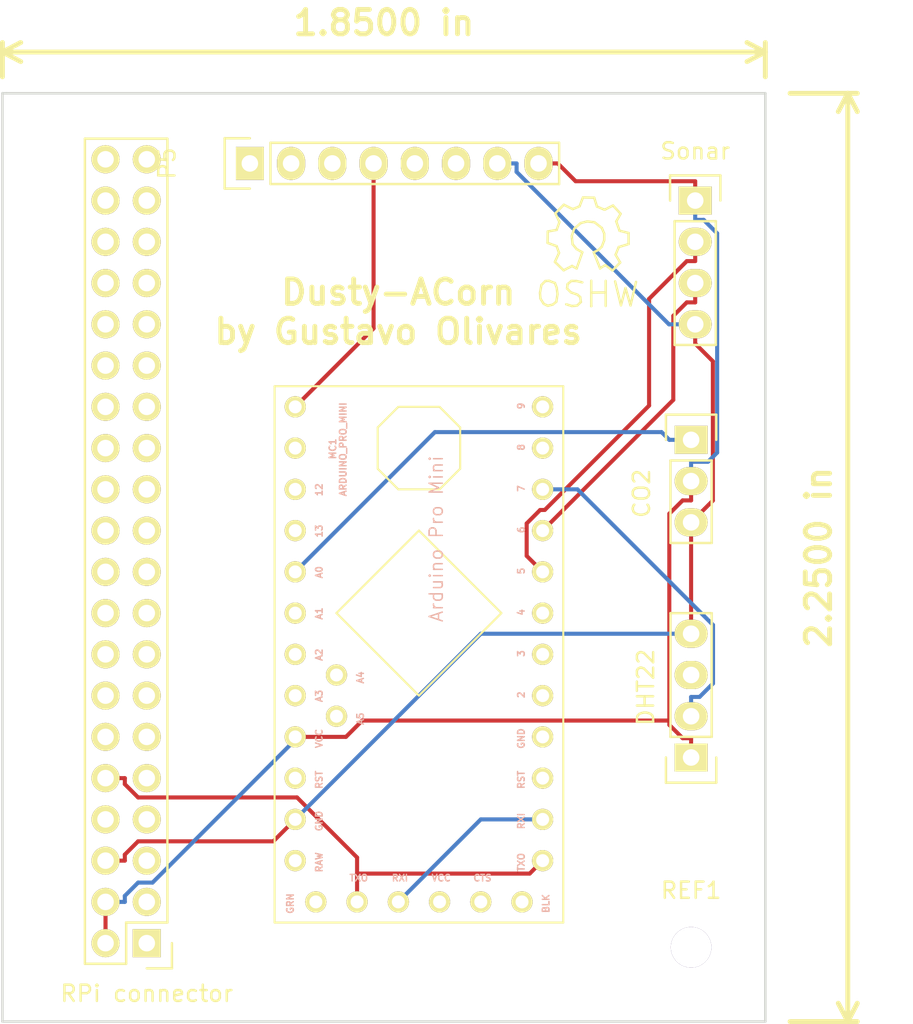
<source format=kicad_pcb>
(kicad_pcb (version 4) (host pcbnew 4.0.2-2.fc24-product)

  (general
    (links 19)
    (no_connects 0)
    (area 90.602999 75.616999 139.164215 133.055)
    (thickness 1.6)
    (drawings 8)
    (tracks 82)
    (zones 0)
    (modules 8)
    (nets 10)
  )

  (page A4)
  (layers
    (0 F.Cu signal)
    (31 B.Cu signal)
    (32 B.Adhes user)
    (33 F.Adhes user)
    (34 B.Paste user)
    (35 F.Paste user)
    (36 B.SilkS user)
    (37 F.SilkS user)
    (38 B.Mask user)
    (39 F.Mask user)
    (40 Dwgs.User user)
    (41 Cmts.User user)
    (42 Eco1.User user)
    (43 Eco2.User user)
    (44 Edge.Cuts user)
    (45 Margin user)
    (46 B.CrtYd user)
    (47 F.CrtYd user)
    (48 B.Fab user)
    (49 F.Fab user)
  )

  (setup
    (last_trace_width 0.25)
    (trace_clearance 0.2)
    (zone_clearance 0.508)
    (zone_45_only no)
    (trace_min 0.2)
    (segment_width 0.2)
    (edge_width 0.15)
    (via_size 0.6)
    (via_drill 0.4)
    (via_min_size 0.4)
    (via_min_drill 0.3)
    (uvia_size 0.3)
    (uvia_drill 0.1)
    (uvias_allowed no)
    (uvia_min_size 0.2)
    (uvia_min_drill 0.1)
    (pcb_text_width 0.3)
    (pcb_text_size 1.5 1.5)
    (mod_edge_width 0.15)
    (mod_text_size 0.000001 0.000001)
    (mod_text_width 0.15)
    (pad_size 1.4 1.4)
    (pad_drill 0.6)
    (pad_to_mask_clearance 0.2)
    (aux_axis_origin 0 0)
    (visible_elements FFFFFF7F)
    (pcbplotparams
      (layerselection 0x010f0_80000001)
      (usegerberextensions false)
      (excludeedgelayer true)
      (linewidth 0.100000)
      (plotframeref false)
      (viasonmask false)
      (mode 1)
      (useauxorigin false)
      (hpglpennumber 1)
      (hpglpenspeed 20)
      (hpglpendiameter 15)
      (hpglpenoverlay 2)
      (psnegative false)
      (psa4output false)
      (plotreference true)
      (plotvalue true)
      (plotinvisibletext false)
      (padsonsilk false)
      (subtractmaskfromsilk false)
      (outputformat 1)
      (mirror false)
      (drillshape 0)
      (scaleselection 1)
      (outputdirectory fabrication/))
  )

  (net 0 "")
  (net 1 /A0)
  (net 2 /D5)
  (net 3 /D6)
  (net 4 /D7)
  (net 5 /D10)
  (net 6 GND)
  (net 7 /TX0)
  (net 8 +5V)
  (net 9 "Net-(MC1-PadRXI)")

  (net_class Default "This is the default net class."
    (clearance 0.2)
    (trace_width 0.25)
    (via_dia 0.6)
    (via_drill 0.4)
    (uvia_dia 0.3)
    (uvia_drill 0.1)
    (add_net +5V)
    (add_net /A0)
    (add_net /D10)
    (add_net /D5)
    (add_net /D6)
    (add_net /D7)
    (add_net /TX0)
    (add_net GND)
    (add_net "Net-(MC1-PadRXI)")
  )

  (module Pin_Headers:Pin_Header_Straight_1x03 (layer F.Cu) (tedit 57ABB95A) (tstamp 57AB1135)
    (at 133.096 97.028)
    (descr "Through hole pin header")
    (tags "pin header")
    (path /57AB0750)
    (fp_text reference P2 (at 0 -5.1) (layer F.SilkS) hide
      (effects (font (size 1 1) (thickness 0.15)))
    )
    (fp_text value CO2 (at -3.048 3.302 90) (layer F.SilkS)
      (effects (font (size 1 1) (thickness 0.15)))
    )
    (fp_line (start -1.75 -1.75) (end -1.75 6.85) (layer F.CrtYd) (width 0.05))
    (fp_line (start 1.75 -1.75) (end 1.75 6.85) (layer F.CrtYd) (width 0.05))
    (fp_line (start -1.75 -1.75) (end 1.75 -1.75) (layer F.CrtYd) (width 0.05))
    (fp_line (start -1.75 6.85) (end 1.75 6.85) (layer F.CrtYd) (width 0.05))
    (fp_line (start -1.27 1.27) (end -1.27 6.35) (layer F.SilkS) (width 0.15))
    (fp_line (start -1.27 6.35) (end 1.27 6.35) (layer F.SilkS) (width 0.15))
    (fp_line (start 1.27 6.35) (end 1.27 1.27) (layer F.SilkS) (width 0.15))
    (fp_line (start 1.55 -1.55) (end 1.55 0) (layer F.SilkS) (width 0.15))
    (fp_line (start 1.27 1.27) (end -1.27 1.27) (layer F.SilkS) (width 0.15))
    (fp_line (start -1.55 0) (end -1.55 -1.55) (layer F.SilkS) (width 0.15))
    (fp_line (start -1.55 -1.55) (end 1.55 -1.55) (layer F.SilkS) (width 0.15))
    (pad 1 thru_hole rect (at 0 0) (size 2.032 1.7272) (drill 1.016) (layers *.Cu *.Mask F.SilkS)
      (net 1 /A0))
    (pad 2 thru_hole oval (at 0 2.54) (size 2.032 1.7272) (drill 1.016) (layers *.Cu *.Mask F.SilkS)
      (net 8 +5V))
    (pad 3 thru_hole oval (at 0 5.08) (size 2.032 1.7272) (drill 1.016) (layers *.Cu *.Mask F.SilkS)
      (net 6 GND))
    (model Pin_Headers.3dshapes/Pin_Header_Straight_1x03.wrl
      (at (xyz 0 -0.1 0))
      (scale (xyz 1 1 1))
      (rotate (xyz 0 0 90))
    )
  )

  (module Pin_Headers:Pin_Header_Straight_1x04 (layer F.Cu) (tedit 57ABB946) (tstamp 57AB113D)
    (at 133.096 116.586 180)
    (descr "Through hole pin header")
    (tags "pin header")
    (path /57AB06A5)
    (fp_text reference P3 (at 0 -5.1 180) (layer F.SilkS) hide
      (effects (font (size 1 1) (thickness 0.15)))
    )
    (fp_text value DHT22 (at 2.794 4.318 270) (layer F.SilkS)
      (effects (font (size 1 1) (thickness 0.15)))
    )
    (fp_line (start -1.75 -1.75) (end -1.75 9.4) (layer F.CrtYd) (width 0.05))
    (fp_line (start 1.75 -1.75) (end 1.75 9.4) (layer F.CrtYd) (width 0.05))
    (fp_line (start -1.75 -1.75) (end 1.75 -1.75) (layer F.CrtYd) (width 0.05))
    (fp_line (start -1.75 9.4) (end 1.75 9.4) (layer F.CrtYd) (width 0.05))
    (fp_line (start -1.27 1.27) (end -1.27 8.89) (layer F.SilkS) (width 0.15))
    (fp_line (start 1.27 1.27) (end 1.27 8.89) (layer F.SilkS) (width 0.15))
    (fp_line (start 1.55 -1.55) (end 1.55 0) (layer F.SilkS) (width 0.15))
    (fp_line (start -1.27 8.89) (end 1.27 8.89) (layer F.SilkS) (width 0.15))
    (fp_line (start 1.27 1.27) (end -1.27 1.27) (layer F.SilkS) (width 0.15))
    (fp_line (start -1.55 0) (end -1.55 -1.55) (layer F.SilkS) (width 0.15))
    (fp_line (start -1.55 -1.55) (end 1.55 -1.55) (layer F.SilkS) (width 0.15))
    (pad 1 thru_hole rect (at 0 0 180) (size 2.032 1.7272) (drill 1.016) (layers *.Cu *.Mask F.SilkS)
      (net 8 +5V))
    (pad 2 thru_hole oval (at 0 2.54 180) (size 2.032 1.7272) (drill 1.016) (layers *.Cu *.Mask F.SilkS)
      (net 4 /D7))
    (pad 3 thru_hole oval (at 0 5.08 180) (size 2.032 1.7272) (drill 1.016) (layers *.Cu *.Mask F.SilkS))
    (pad 4 thru_hole oval (at 0 7.62 180) (size 2.032 1.7272) (drill 1.016) (layers *.Cu *.Mask F.SilkS)
      (net 6 GND))
    (model Pin_Headers.3dshapes/Pin_Header_Straight_1x04.wrl
      (at (xyz 0 -0.15 0))
      (scale (xyz 1 1 1))
      (rotate (xyz 0 0 90))
    )
  )

  (module Pin_Headers:Pin_Header_Straight_1x04 (layer F.Cu) (tedit 57ABB97E) (tstamp 57AB1145)
    (at 133.35 82.296)
    (descr "Through hole pin header")
    (tags "pin header")
    (path /57AB036E)
    (fp_text reference P4 (at 0 -5.1) (layer F.SilkS) hide
      (effects (font (size 1 1) (thickness 0.15)))
    )
    (fp_text value Sonar (at 0 -3.048) (layer F.SilkS)
      (effects (font (size 1 1) (thickness 0.15)))
    )
    (fp_line (start -1.75 -1.75) (end -1.75 9.4) (layer F.CrtYd) (width 0.05))
    (fp_line (start 1.75 -1.75) (end 1.75 9.4) (layer F.CrtYd) (width 0.05))
    (fp_line (start -1.75 -1.75) (end 1.75 -1.75) (layer F.CrtYd) (width 0.05))
    (fp_line (start -1.75 9.4) (end 1.75 9.4) (layer F.CrtYd) (width 0.05))
    (fp_line (start -1.27 1.27) (end -1.27 8.89) (layer F.SilkS) (width 0.15))
    (fp_line (start 1.27 1.27) (end 1.27 8.89) (layer F.SilkS) (width 0.15))
    (fp_line (start 1.55 -1.55) (end 1.55 0) (layer F.SilkS) (width 0.15))
    (fp_line (start -1.27 8.89) (end 1.27 8.89) (layer F.SilkS) (width 0.15))
    (fp_line (start 1.27 1.27) (end -1.27 1.27) (layer F.SilkS) (width 0.15))
    (fp_line (start -1.55 0) (end -1.55 -1.55) (layer F.SilkS) (width 0.15))
    (fp_line (start -1.55 -1.55) (end 1.55 -1.55) (layer F.SilkS) (width 0.15))
    (pad 1 thru_hole rect (at 0 0) (size 2.032 1.7272) (drill 1.016) (layers *.Cu *.Mask F.SilkS)
      (net 8 +5V))
    (pad 2 thru_hole oval (at 0 2.54) (size 2.032 1.7272) (drill 1.016) (layers *.Cu *.Mask F.SilkS)
      (net 2 /D5))
    (pad 3 thru_hole oval (at 0 5.08) (size 2.032 1.7272) (drill 1.016) (layers *.Cu *.Mask F.SilkS)
      (net 3 /D6))
    (pad 4 thru_hole oval (at 0 7.62) (size 2.032 1.7272) (drill 1.016) (layers *.Cu *.Mask F.SilkS)
      (net 6 GND))
    (model Pin_Headers.3dshapes/Pin_Header_Straight_1x04.wrl
      (at (xyz 0 -0.15 0))
      (scale (xyz 1 1 1))
      (rotate (xyz 0 0 90))
    )
  )

  (module Mounting_Holes:MountingHole_2-5mm (layer F.Cu) (tedit 57ABB917) (tstamp 57AB13A4)
    (at 133.096 128.27)
    (descr "Mounting hole, Befestigungsbohrung, 2,5mm, No Annular, Kein Restring,")
    (tags "Mounting hole, Befestigungsbohrung, 2,5mm, No Annular, Kein Restring,")
    (fp_text reference REF1 (at 0 -3.50012) (layer F.SilkS)
      (effects (font (size 1 1) (thickness 0.15)))
    )
    (fp_text value MountingHole_2-5mm (at -4.064 3.81) (layer F.Fab) hide
      (effects (font (size 1 1) (thickness 0.15)))
    )
    (fp_circle (center 0 0) (end 2.5 0) (layer Cmts.User) (width 0.381))
    (pad 1 thru_hole circle (at 0 0) (size 2.5 2.5) (drill 2.5) (layers))
  )

  (module Symbols:Symbol_OSHW-Logo_SilkScreen (layer F.Cu) (tedit 57ABB908) (tstamp 57AB1713)
    (at 126.746 84.582)
    (descr "Symbol, OSHW-Logo, Silk Screen,")
    (tags "Symbol, OSHW-Logo, Silk Screen,")
    (fp_text reference REF2 (at 0.09906 -4.38912) (layer F.SilkS) hide
      (effects (font (size 1 1) (thickness 0.15)))
    )
    (fp_text value Symbol_OSHW-Logo_SilkScreen (at 0.30988 6.56082) (layer F.Fab) hide
      (effects (font (size 1 1) (thickness 0.15)))
    )
    (fp_line (start 1.66878 2.68986) (end 2.02946 4.16052) (layer F.SilkS) (width 0.15))
    (fp_line (start 2.02946 4.16052) (end 2.30886 3.0988) (layer F.SilkS) (width 0.15))
    (fp_line (start 2.30886 3.0988) (end 2.61874 4.17068) (layer F.SilkS) (width 0.15))
    (fp_line (start 2.61874 4.17068) (end 2.9591 2.72034) (layer F.SilkS) (width 0.15))
    (fp_line (start 0.24892 3.38074) (end 1.03886 3.37058) (layer F.SilkS) (width 0.15))
    (fp_line (start 1.03886 3.37058) (end 1.04902 3.38074) (layer F.SilkS) (width 0.15))
    (fp_line (start 1.04902 3.38074) (end 1.04902 3.37058) (layer F.SilkS) (width 0.15))
    (fp_line (start 1.08966 2.65938) (end 1.08966 4.20116) (layer F.SilkS) (width 0.15))
    (fp_line (start 0.20066 2.64922) (end 0.20066 4.21894) (layer F.SilkS) (width 0.15))
    (fp_line (start 0.20066 4.21894) (end 0.21082 4.20878) (layer F.SilkS) (width 0.15))
    (fp_line (start -0.35052 2.75082) (end -0.70104 2.66954) (layer F.SilkS) (width 0.15))
    (fp_line (start -0.70104 2.66954) (end -1.02108 2.65938) (layer F.SilkS) (width 0.15))
    (fp_line (start -1.02108 2.65938) (end -1.25984 2.86004) (layer F.SilkS) (width 0.15))
    (fp_line (start -1.25984 2.86004) (end -1.29032 3.12928) (layer F.SilkS) (width 0.15))
    (fp_line (start -1.29032 3.12928) (end -1.04902 3.37058) (layer F.SilkS) (width 0.15))
    (fp_line (start -1.04902 3.37058) (end -0.6604 3.50012) (layer F.SilkS) (width 0.15))
    (fp_line (start -0.6604 3.50012) (end -0.48006 3.66014) (layer F.SilkS) (width 0.15))
    (fp_line (start -0.48006 3.66014) (end -0.43942 3.95986) (layer F.SilkS) (width 0.15))
    (fp_line (start -0.43942 3.95986) (end -0.67056 4.18084) (layer F.SilkS) (width 0.15))
    (fp_line (start -0.67056 4.18084) (end -0.9906 4.20878) (layer F.SilkS) (width 0.15))
    (fp_line (start -0.9906 4.20878) (end -1.34112 4.09956) (layer F.SilkS) (width 0.15))
    (fp_line (start -2.37998 2.64922) (end -2.6289 2.66954) (layer F.SilkS) (width 0.15))
    (fp_line (start -2.6289 2.66954) (end -2.8702 2.91084) (layer F.SilkS) (width 0.15))
    (fp_line (start -2.8702 2.91084) (end -2.9591 3.40106) (layer F.SilkS) (width 0.15))
    (fp_line (start -2.9591 3.40106) (end -2.93116 3.74904) (layer F.SilkS) (width 0.15))
    (fp_line (start -2.93116 3.74904) (end -2.7305 4.06908) (layer F.SilkS) (width 0.15))
    (fp_line (start -2.7305 4.06908) (end -2.47904 4.191) (layer F.SilkS) (width 0.15))
    (fp_line (start -2.47904 4.191) (end -2.16916 4.11988) (layer F.SilkS) (width 0.15))
    (fp_line (start -2.16916 4.11988) (end -1.95072 3.93954) (layer F.SilkS) (width 0.15))
    (fp_line (start -1.95072 3.93954) (end -1.8796 3.4798) (layer F.SilkS) (width 0.15))
    (fp_line (start -1.8796 3.4798) (end -1.9304 3.07086) (layer F.SilkS) (width 0.15))
    (fp_line (start -1.9304 3.07086) (end -2.03962 2.78892) (layer F.SilkS) (width 0.15))
    (fp_line (start -2.03962 2.78892) (end -2.4003 2.65938) (layer F.SilkS) (width 0.15))
    (fp_line (start -1.78054 0.92964) (end -2.03962 1.49098) (layer F.SilkS) (width 0.15))
    (fp_line (start -2.03962 1.49098) (end -1.50114 2.00914) (layer F.SilkS) (width 0.15))
    (fp_line (start -1.50114 2.00914) (end -0.98044 1.7399) (layer F.SilkS) (width 0.15))
    (fp_line (start -0.98044 1.7399) (end -0.70104 1.89992) (layer F.SilkS) (width 0.15))
    (fp_line (start 0.73914 1.8796) (end 1.06934 1.6891) (layer F.SilkS) (width 0.15))
    (fp_line (start 1.06934 1.6891) (end 1.50876 2.0193) (layer F.SilkS) (width 0.15))
    (fp_line (start 1.50876 2.0193) (end 1.9812 1.52908) (layer F.SilkS) (width 0.15))
    (fp_line (start 1.9812 1.52908) (end 1.69926 1.04902) (layer F.SilkS) (width 0.15))
    (fp_line (start 1.69926 1.04902) (end 1.88976 0.57912) (layer F.SilkS) (width 0.15))
    (fp_line (start 1.88976 0.57912) (end 2.49936 0.39116) (layer F.SilkS) (width 0.15))
    (fp_line (start 2.49936 0.39116) (end 2.49936 -0.28956) (layer F.SilkS) (width 0.15))
    (fp_line (start 2.49936 -0.28956) (end 1.94056 -0.42926) (layer F.SilkS) (width 0.15))
    (fp_line (start 1.94056 -0.42926) (end 1.7399 -1.00076) (layer F.SilkS) (width 0.15))
    (fp_line (start 1.7399 -1.00076) (end 2.00914 -1.47066) (layer F.SilkS) (width 0.15))
    (fp_line (start 2.00914 -1.47066) (end 1.53924 -1.9812) (layer F.SilkS) (width 0.15))
    (fp_line (start 1.53924 -1.9812) (end 1.02108 -1.71958) (layer F.SilkS) (width 0.15))
    (fp_line (start 1.02108 -1.71958) (end 0.55118 -1.92024) (layer F.SilkS) (width 0.15))
    (fp_line (start 0.55118 -1.92024) (end 0.381 -2.46126) (layer F.SilkS) (width 0.15))
    (fp_line (start 0.381 -2.46126) (end -0.30988 -2.47904) (layer F.SilkS) (width 0.15))
    (fp_line (start -0.30988 -2.47904) (end -0.5207 -1.9304) (layer F.SilkS) (width 0.15))
    (fp_line (start -0.5207 -1.9304) (end -0.9398 -1.76022) (layer F.SilkS) (width 0.15))
    (fp_line (start -0.9398 -1.76022) (end -1.49098 -2.02946) (layer F.SilkS) (width 0.15))
    (fp_line (start -1.49098 -2.02946) (end -2.00914 -1.50114) (layer F.SilkS) (width 0.15))
    (fp_line (start -2.00914 -1.50114) (end -1.76022 -0.96012) (layer F.SilkS) (width 0.15))
    (fp_line (start -1.76022 -0.96012) (end -1.9304 -0.48006) (layer F.SilkS) (width 0.15))
    (fp_line (start -1.9304 -0.48006) (end -2.47904 -0.381) (layer F.SilkS) (width 0.15))
    (fp_line (start -2.47904 -0.381) (end -2.4892 0.32004) (layer F.SilkS) (width 0.15))
    (fp_line (start -2.4892 0.32004) (end -1.9304 0.5207) (layer F.SilkS) (width 0.15))
    (fp_line (start -1.9304 0.5207) (end -1.7907 0.91948) (layer F.SilkS) (width 0.15))
    (fp_line (start 0.35052 0.89916) (end 0.65024 0.7493) (layer F.SilkS) (width 0.15))
    (fp_line (start 0.65024 0.7493) (end 0.8509 0.55118) (layer F.SilkS) (width 0.15))
    (fp_line (start 0.8509 0.55118) (end 1.00076 0.14986) (layer F.SilkS) (width 0.15))
    (fp_line (start 1.00076 0.14986) (end 1.00076 -0.24892) (layer F.SilkS) (width 0.15))
    (fp_line (start 1.00076 -0.24892) (end 0.8509 -0.59944) (layer F.SilkS) (width 0.15))
    (fp_line (start 0.8509 -0.59944) (end 0.39878 -0.94996) (layer F.SilkS) (width 0.15))
    (fp_line (start 0.39878 -0.94996) (end -0.0508 -1.00076) (layer F.SilkS) (width 0.15))
    (fp_line (start -0.0508 -1.00076) (end -0.44958 -0.89916) (layer F.SilkS) (width 0.15))
    (fp_line (start -0.44958 -0.89916) (end -0.8509 -0.55118) (layer F.SilkS) (width 0.15))
    (fp_line (start -0.8509 -0.55118) (end -1.00076 -0.09906) (layer F.SilkS) (width 0.15))
    (fp_line (start -1.00076 -0.09906) (end -0.94996 0.39878) (layer F.SilkS) (width 0.15))
    (fp_line (start -0.94996 0.39878) (end -0.70104 0.70104) (layer F.SilkS) (width 0.15))
    (fp_line (start -0.70104 0.70104) (end -0.35052 0.89916) (layer F.SilkS) (width 0.15))
    (fp_line (start -0.35052 0.89916) (end -0.70104 1.89992) (layer F.SilkS) (width 0.15))
    (fp_line (start 0.35052 0.89916) (end 0.7493 1.89992) (layer F.SilkS) (width 0.15))
  )

  (module Pin_Headers:Pin_Header_Straight_2x20 (layer F.Cu) (tedit 57ABB931) (tstamp 57ABAF80)
    (at 99.568 128.016 180)
    (descr "Through hole pin header")
    (tags "pin header")
    (path /577316C5)
    (fp_text reference P1 (at 5.842 -0.762 180) (layer F.SilkS) hide
      (effects (font (size 1 1) (thickness 0.15)))
    )
    (fp_text value "RPi connector" (at 0 -3.1 180) (layer F.SilkS)
      (effects (font (size 1 1) (thickness 0.15)))
    )
    (fp_line (start -1.75 -1.75) (end -1.75 50.05) (layer F.CrtYd) (width 0.05))
    (fp_line (start 4.3 -1.75) (end 4.3 50.05) (layer F.CrtYd) (width 0.05))
    (fp_line (start -1.75 -1.75) (end 4.3 -1.75) (layer F.CrtYd) (width 0.05))
    (fp_line (start -1.75 50.05) (end 4.3 50.05) (layer F.CrtYd) (width 0.05))
    (fp_line (start 3.81 49.53) (end 3.81 -1.27) (layer F.SilkS) (width 0.15))
    (fp_line (start -1.27 1.27) (end -1.27 49.53) (layer F.SilkS) (width 0.15))
    (fp_line (start 3.81 49.53) (end -1.27 49.53) (layer F.SilkS) (width 0.15))
    (fp_line (start 3.81 -1.27) (end 1.27 -1.27) (layer F.SilkS) (width 0.15))
    (fp_line (start 0 -1.55) (end -1.55 -1.55) (layer F.SilkS) (width 0.15))
    (fp_line (start 1.27 -1.27) (end 1.27 1.27) (layer F.SilkS) (width 0.15))
    (fp_line (start 1.27 1.27) (end -1.27 1.27) (layer F.SilkS) (width 0.15))
    (fp_line (start -1.55 -1.55) (end -1.55 0) (layer F.SilkS) (width 0.15))
    (pad 1 thru_hole rect (at 0 0 180) (size 1.7272 1.7272) (drill 1.016) (layers *.Cu *.Mask F.SilkS))
    (pad 2 thru_hole oval (at 2.54 0 180) (size 1.7272 1.7272) (drill 1.016) (layers *.Cu *.Mask F.SilkS)
      (net 8 +5V))
    (pad 3 thru_hole oval (at 0 2.54 180) (size 1.7272 1.7272) (drill 1.016) (layers *.Cu *.Mask F.SilkS))
    (pad 4 thru_hole oval (at 2.54 2.54 180) (size 1.7272 1.7272) (drill 1.016) (layers *.Cu *.Mask F.SilkS)
      (net 8 +5V))
    (pad 5 thru_hole oval (at 0 5.08 180) (size 1.7272 1.7272) (drill 1.016) (layers *.Cu *.Mask F.SilkS))
    (pad 6 thru_hole oval (at 2.54 5.08 180) (size 1.7272 1.7272) (drill 1.016) (layers *.Cu *.Mask F.SilkS)
      (net 6 GND))
    (pad 7 thru_hole oval (at 0 7.62 180) (size 1.7272 1.7272) (drill 1.016) (layers *.Cu *.Mask F.SilkS))
    (pad 8 thru_hole oval (at 2.54 7.62 180) (size 1.7272 1.7272) (drill 1.016) (layers *.Cu *.Mask F.SilkS))
    (pad 9 thru_hole oval (at 0 10.16 180) (size 1.7272 1.7272) (drill 1.016) (layers *.Cu *.Mask F.SilkS))
    (pad 10 thru_hole oval (at 2.54 10.16 180) (size 1.7272 1.7272) (drill 1.016) (layers *.Cu *.Mask F.SilkS)
      (net 7 /TX0))
    (pad 11 thru_hole oval (at 0 12.7 180) (size 1.7272 1.7272) (drill 1.016) (layers *.Cu *.Mask F.SilkS))
    (pad 12 thru_hole oval (at 2.54 12.7 180) (size 1.7272 1.7272) (drill 1.016) (layers *.Cu *.Mask F.SilkS))
    (pad 13 thru_hole oval (at 0 15.24 180) (size 1.7272 1.7272) (drill 1.016) (layers *.Cu *.Mask F.SilkS))
    (pad 14 thru_hole oval (at 2.54 15.24 180) (size 1.7272 1.7272) (drill 1.016) (layers *.Cu *.Mask F.SilkS))
    (pad 15 thru_hole oval (at 0 17.78 180) (size 1.7272 1.7272) (drill 1.016) (layers *.Cu *.Mask F.SilkS))
    (pad 16 thru_hole oval (at 2.54 17.78 180) (size 1.7272 1.7272) (drill 1.016) (layers *.Cu *.Mask F.SilkS))
    (pad 17 thru_hole oval (at 0 20.32 180) (size 1.7272 1.7272) (drill 1.016) (layers *.Cu *.Mask F.SilkS))
    (pad 18 thru_hole oval (at 2.54 20.32 180) (size 1.7272 1.7272) (drill 1.016) (layers *.Cu *.Mask F.SilkS))
    (pad 19 thru_hole oval (at 0 22.86 180) (size 1.7272 1.7272) (drill 1.016) (layers *.Cu *.Mask F.SilkS))
    (pad 20 thru_hole oval (at 2.54 22.86 180) (size 1.7272 1.7272) (drill 1.016) (layers *.Cu *.Mask F.SilkS))
    (pad 21 thru_hole oval (at 0 25.4 180) (size 1.7272 1.7272) (drill 1.016) (layers *.Cu *.Mask F.SilkS))
    (pad 22 thru_hole oval (at 2.54 25.4 180) (size 1.7272 1.7272) (drill 1.016) (layers *.Cu *.Mask F.SilkS))
    (pad 23 thru_hole oval (at 0 27.94 180) (size 1.7272 1.7272) (drill 1.016) (layers *.Cu *.Mask F.SilkS))
    (pad 24 thru_hole oval (at 2.54 27.94 180) (size 1.7272 1.7272) (drill 1.016) (layers *.Cu *.Mask F.SilkS))
    (pad 25 thru_hole oval (at 0 30.48 180) (size 1.7272 1.7272) (drill 1.016) (layers *.Cu *.Mask F.SilkS))
    (pad 26 thru_hole oval (at 2.54 30.48 180) (size 1.7272 1.7272) (drill 1.016) (layers *.Cu *.Mask F.SilkS))
    (pad 27 thru_hole oval (at 0 33.02 180) (size 1.7272 1.7272) (drill 1.016) (layers *.Cu *.Mask F.SilkS))
    (pad 28 thru_hole oval (at 2.54 33.02 180) (size 1.7272 1.7272) (drill 1.016) (layers *.Cu *.Mask F.SilkS))
    (pad 29 thru_hole oval (at 0 35.56 180) (size 1.7272 1.7272) (drill 1.016) (layers *.Cu *.Mask F.SilkS))
    (pad 30 thru_hole oval (at 2.54 35.56 180) (size 1.7272 1.7272) (drill 1.016) (layers *.Cu *.Mask F.SilkS))
    (pad 31 thru_hole oval (at 0 38.1 180) (size 1.7272 1.7272) (drill 1.016) (layers *.Cu *.Mask F.SilkS))
    (pad 32 thru_hole oval (at 2.54 38.1 180) (size 1.7272 1.7272) (drill 1.016) (layers *.Cu *.Mask F.SilkS))
    (pad 33 thru_hole oval (at 0 40.64 180) (size 1.7272 1.7272) (drill 1.016) (layers *.Cu *.Mask F.SilkS))
    (pad 34 thru_hole oval (at 2.54 40.64 180) (size 1.7272 1.7272) (drill 1.016) (layers *.Cu *.Mask F.SilkS))
    (pad 35 thru_hole oval (at 0 43.18 180) (size 1.7272 1.7272) (drill 1.016) (layers *.Cu *.Mask F.SilkS))
    (pad 36 thru_hole oval (at 2.54 43.18 180) (size 1.7272 1.7272) (drill 1.016) (layers *.Cu *.Mask F.SilkS))
    (pad 37 thru_hole oval (at 0 45.72 180) (size 1.7272 1.7272) (drill 1.016) (layers *.Cu *.Mask F.SilkS))
    (pad 38 thru_hole oval (at 2.54 45.72 180) (size 1.7272 1.7272) (drill 1.016) (layers *.Cu *.Mask F.SilkS))
    (pad 39 thru_hole oval (at 0 48.26 180) (size 1.7272 1.7272) (drill 1.016) (layers *.Cu *.Mask F.SilkS))
    (pad 40 thru_hole oval (at 2.54 48.26 180) (size 1.7272 1.7272) (drill 1.016) (layers *.Cu *.Mask F.SilkS))
    (model Pin_Headers.3dshapes/Pin_Header_Straight_2x20.wrl
      (at (xyz 0.05 -0.95 0))
      (scale (xyz 1 1 1))
      (rotate (xyz 0 0 90))
    )
  )

  (module Pin_Headers:Pin_Header_Straight_1x08 (layer F.Cu) (tedit 57ABAF82) (tstamp 57ABAFAB)
    (at 105.918 80.01 90)
    (descr "Through hole pin header")
    (tags "pin header")
    (path /57A9D4B3)
    (fp_text reference P5 (at 0 -5.1 90) (layer F.SilkS)
      (effects (font (size 1 1) (thickness 0.15)))
    )
    (fp_text value PMS3003 (at -2.54 9.144 180) (layer F.Fab)
      (effects (font (size 1 1) (thickness 0.15)))
    )
    (fp_line (start -1.75 -1.75) (end -1.75 19.55) (layer F.CrtYd) (width 0.05))
    (fp_line (start 1.75 -1.75) (end 1.75 19.55) (layer F.CrtYd) (width 0.05))
    (fp_line (start -1.75 -1.75) (end 1.75 -1.75) (layer F.CrtYd) (width 0.05))
    (fp_line (start -1.75 19.55) (end 1.75 19.55) (layer F.CrtYd) (width 0.05))
    (fp_line (start 1.27 1.27) (end 1.27 19.05) (layer F.SilkS) (width 0.15))
    (fp_line (start 1.27 19.05) (end -1.27 19.05) (layer F.SilkS) (width 0.15))
    (fp_line (start -1.27 19.05) (end -1.27 1.27) (layer F.SilkS) (width 0.15))
    (fp_line (start 1.55 -1.55) (end 1.55 0) (layer F.SilkS) (width 0.15))
    (fp_line (start 1.27 1.27) (end -1.27 1.27) (layer F.SilkS) (width 0.15))
    (fp_line (start -1.55 0) (end -1.55 -1.55) (layer F.SilkS) (width 0.15))
    (fp_line (start -1.55 -1.55) (end 1.55 -1.55) (layer F.SilkS) (width 0.15))
    (pad 1 thru_hole rect (at 0 0 90) (size 2.032 1.7272) (drill 1.016) (layers *.Cu *.Mask F.SilkS))
    (pad 2 thru_hole oval (at 0 2.54 90) (size 2.032 1.7272) (drill 1.016) (layers *.Cu *.Mask F.SilkS))
    (pad 3 thru_hole oval (at 0 5.08 90) (size 2.032 1.7272) (drill 1.016) (layers *.Cu *.Mask F.SilkS))
    (pad 4 thru_hole oval (at 0 7.62 90) (size 2.032 1.7272) (drill 1.016) (layers *.Cu *.Mask F.SilkS)
      (net 5 /D10))
    (pad 5 thru_hole oval (at 0 10.16 90) (size 2.032 1.7272) (drill 1.016) (layers *.Cu *.Mask F.SilkS))
    (pad 6 thru_hole oval (at 0 12.7 90) (size 2.032 1.7272) (drill 1.016) (layers *.Cu *.Mask F.SilkS))
    (pad 7 thru_hole oval (at 0 15.24 90) (size 2.032 1.7272) (drill 1.016) (layers *.Cu *.Mask F.SilkS)
      (net 6 GND))
    (pad 8 thru_hole oval (at 0 17.78 90) (size 2.032 1.7272) (drill 1.016) (layers *.Cu *.Mask F.SilkS)
      (net 8 +5V))
    (model Pin_Headers.3dshapes/Pin_Header_Straight_1x08.wrl
      (at (xyz 0 -0.35 0))
      (scale (xyz 1 1 1))
      (rotate (xyz 0 0 90))
    )
  )

  (module arduino:Halley-ARDUINO_PRO_MINI (layer F.Cu) (tedit 57ABB6A3) (tstamp 57ABC1C8)
    (at 116.332 111.506 270)
    (descr "SPARKFUN ARDUINO PRO MINI OUTLINE")
    (tags "SPARKFUN ARDUINO PRO MINI OUTLINE")
    (path /57731415)
    (attr virtual)
    (fp_text reference MC1 (at -13.9192 5.3086 270) (layer B.SilkS)
      (effects (font (size 0.4064 0.4064) (thickness 0.0889)))
    )
    (fp_text value ARDUINO_PRO_MINI (at -13.8938 4.6736 270) (layer B.SilkS)
      (effects (font (size 0.4064 0.4064) (thickness 0.0889)))
    )
    (fp_line (start -17.78 8.89) (end 15.24 8.89) (layer F.SilkS) (width 0.127))
    (fp_line (start 15.24 8.89) (end 15.24 -8.89) (layer F.SilkS) (width 0.127))
    (fp_line (start 15.24 -8.89) (end -17.78 -8.89) (layer F.SilkS) (width 0.127))
    (fp_line (start -17.78 -8.89) (end -17.78 8.89) (layer F.SilkS) (width 0.127))
    (fp_line (start -16.51 -1.27) (end -16.51 1.27) (layer F.SilkS) (width 0.127))
    (fp_line (start -16.51 1.27) (end -15.24 2.54) (layer F.SilkS) (width 0.127))
    (fp_line (start -15.24 2.54) (end -12.7 2.54) (layer F.SilkS) (width 0.127))
    (fp_line (start -12.7 2.54) (end -11.43 1.27) (layer F.SilkS) (width 0.127))
    (fp_line (start -11.43 1.27) (end -11.43 -1.27) (layer F.SilkS) (width 0.127))
    (fp_line (start -11.43 -1.27) (end -12.7 -2.54) (layer F.SilkS) (width 0.127))
    (fp_line (start -12.7 -2.54) (end -15.24 -2.54) (layer F.SilkS) (width 0.127))
    (fp_line (start -15.24 -2.54) (end -16.51 -1.27) (layer F.SilkS) (width 0.127))
    (fp_line (start -8.89 0) (end -3.81 -5.08) (layer F.SilkS) (width 0.127))
    (fp_line (start -3.81 -5.08) (end 1.27 0) (layer F.SilkS) (width 0.127))
    (fp_line (start 1.27 0) (end -3.81 5.08) (layer F.SilkS) (width 0.127))
    (fp_line (start -3.81 5.08) (end -8.89 0) (layer F.SilkS) (width 0.127))
    (fp_text user 12 (at -11.4046 6.1468 270) (layer B.SilkS)
      (effects (font (size 0.4064 0.4064) (thickness 0.0889)))
    )
    (fp_text user 13 (at -8.86206 6.1468 270) (layer B.SilkS)
      (effects (font (size 0.4064 0.4064) (thickness 0.0889)))
    )
    (fp_text user A0 (at -6.3246 6.1468 270) (layer B.SilkS)
      (effects (font (size 0.4064 0.4064) (thickness 0.0889)))
    )
    (fp_text user A1 (at -3.7846 6.1468 270) (layer B.SilkS)
      (effects (font (size 0.4064 0.4064) (thickness 0.0889)))
    )
    (fp_text user A2 (at -1.2446 6.1468 270) (layer B.SilkS)
      (effects (font (size 0.4064 0.4064) (thickness 0.0889)))
    )
    (fp_text user A3 (at 1.29286 6.1468 270) (layer B.SilkS)
      (effects (font (size 0.4064 0.4064) (thickness 0.0889)))
    )
    (fp_text user VCC (at 3.9116 6.1468 270) (layer B.SilkS)
      (effects (font (size 0.4064 0.4064) (thickness 0.0889)))
    )
    (fp_text user A5 (at 2.6924 3.60426 270) (layer B.SilkS)
      (effects (font (size 0.4064 0.4064) (thickness 0.0889)))
    )
    (fp_text user A4 (at 0.1524 3.60426 270) (layer B.SilkS)
      (effects (font (size 0.4064 0.4064) (thickness 0.0889)))
    )
    (fp_text user RST (at 6.4516 6.1468 270) (layer B.SilkS)
      (effects (font (size 0.4064 0.4064) (thickness 0.0889)))
    )
    (fp_text user GND (at 8.9916 6.1468 270) (layer B.SilkS)
      (effects (font (size 0.4064 0.4064) (thickness 0.0889)))
    )
    (fp_text user RAW (at 11.5316 6.1468 270) (layer B.SilkS)
      (effects (font (size 0.4064 0.4064) (thickness 0.0889)))
    )
    (fp_text user GRN (at 14.0716 7.9248 270) (layer B.SilkS)
      (effects (font (size 0.4064 0.4064) (thickness 0.0889)))
    )
    (fp_text user BLK (at 14.0716 -7.8232 270) (layer B.SilkS)
      (effects (font (size 0.4064 0.4064) (thickness 0.0889)))
    )
    (fp_text user GND (at 3.9116 -6.2992 270) (layer B.SilkS)
      (effects (font (size 0.4064 0.4064) (thickness 0.0889)))
    )
    (fp_text user TXO (at 11.5316 -6.2992 270) (layer B.SilkS)
      (effects (font (size 0.4064 0.4064) (thickness 0.0889)))
    )
    (fp_text user RXI (at 8.9916 -6.2992 270) (layer B.SilkS)
      (effects (font (size 0.4064 0.4064) (thickness 0.0889)))
    )
    (fp_text user RST (at 6.4516 -6.2992 270) (layer B.SilkS)
      (effects (font (size 0.4064 0.4064) (thickness 0.0889)))
    )
    (fp_text user 2 (at 1.2192 -6.2992 270) (layer B.SilkS)
      (effects (font (size 0.4064 0.4064) (thickness 0.0889)))
    )
    (fp_text user 3 (at -1.3208 -6.2992 270) (layer B.SilkS)
      (effects (font (size 0.4064 0.4064) (thickness 0.0889)))
    )
    (fp_text user 4 (at -3.8608 -6.2992 270) (layer B.SilkS)
      (effects (font (size 0.4064 0.4064) (thickness 0.0889)))
    )
    (fp_text user 5 (at -6.4008 -6.2992 270) (layer B.SilkS)
      (effects (font (size 0.4064 0.4064) (thickness 0.0889)))
    )
    (fp_text user 6 (at -8.9408 -6.2992 270) (layer B.SilkS)
      (effects (font (size 0.4064 0.4064) (thickness 0.0889)))
    )
    (fp_text user 7 (at -11.4808 -6.2992 270) (layer B.SilkS)
      (effects (font (size 0.4064 0.4064) (thickness 0.0889)))
    )
    (fp_text user 8 (at -14.0208 -6.2992 270) (layer B.SilkS)
      (effects (font (size 0.4064 0.4064) (thickness 0.0889)))
    )
    (fp_text user 9 (at -16.5608 -6.2992 270) (layer B.SilkS)
      (effects (font (size 0.4064 0.4064) (thickness 0.0889)))
    )
    (fp_text user TXO (at 12.4968 3.7084 360) (layer B.SilkS)
      (effects (font (size 0.4064 0.4064) (thickness 0.0889)))
    )
    (fp_text user RXI (at 12.4968 1.1684 360) (layer B.SilkS)
      (effects (font (size 0.4064 0.4064) (thickness 0.0889)))
    )
    (fp_text user VCC (at 12.4968 -1.3716 360) (layer B.SilkS)
      (effects (font (size 0.4064 0.4064) (thickness 0.0889)))
    )
    (fp_text user CTS (at 12.4968 -3.9116 360) (layer B.SilkS)
      (effects (font (size 0.4064 0.4064) (thickness 0.0889)))
    )
    (fp_text user "Arduino Pro Mini" (at -8.382 -1.0668 270) (layer B.SilkS)
      (effects (font (size 0.8128 0.8128) (thickness 0.0889)))
    )
    (pad A0 thru_hole circle (at -6.35 7.62 270) (size 1.30556 1.30556) (drill 0.79756) (layers *.Cu F.Paste F.SilkS F.Mask)
      (net 1 /A0))
    (pad A1 thru_hole circle (at -3.81 7.62 270) (size 1.30556 1.30556) (drill 0.79756) (layers *.Cu F.Paste F.SilkS F.Mask))
    (pad A2 thru_hole circle (at -1.27 7.62 270) (size 1.30556 1.30556) (drill 0.79756) (layers *.Cu F.Paste F.SilkS F.Mask))
    (pad A3 thru_hole circle (at 1.27 7.62 270) (size 1.30556 1.30556) (drill 0.79756) (layers *.Cu F.Paste F.SilkS F.Mask))
    (pad A4 thru_hole circle (at 0 5.08 270) (size 1.30556 1.30556) (drill 0.79756) (layers *.Cu F.Paste F.SilkS F.Mask))
    (pad A5 thru_hole circle (at 2.54 5.08 270) (size 1.30556 1.30556) (drill 0.79756) (layers *.Cu F.Paste F.SilkS F.Mask))
    (pad BLK thru_hole circle (at 13.97 -6.35 270) (size 1.30556 1.30556) (drill 0.79756) (layers *.Cu F.Paste F.SilkS F.Mask))
    (pad D2 thru_hole circle (at 1.27 -7.62 270) (size 1.30556 1.30556) (drill 0.79756) (layers *.Cu F.Paste F.SilkS F.Mask))
    (pad D3 thru_hole circle (at -1.27 -7.62 270) (size 1.30556 1.30556) (drill 0.79756) (layers *.Cu F.Paste F.SilkS F.Mask))
    (pad D4 thru_hole circle (at -3.81 -7.62 270) (size 1.30556 1.30556) (drill 0.79756) (layers *.Cu F.Paste F.SilkS F.Mask))
    (pad D5 thru_hole circle (at -6.35 -7.62 270) (size 1.30556 1.30556) (drill 0.79756) (layers *.Cu F.Paste F.SilkS F.Mask)
      (net 2 /D5))
    (pad D6 thru_hole circle (at -8.89 -7.62 270) (size 1.30556 1.30556) (drill 0.79756) (layers *.Cu F.Paste F.SilkS F.Mask)
      (net 3 /D6))
    (pad D7 thru_hole circle (at -11.43 -7.62 270) (size 1.30556 1.30556) (drill 0.79756) (layers *.Cu F.Paste F.SilkS F.Mask)
      (net 4 /D7))
    (pad D8 thru_hole circle (at -13.97 -7.62 270) (size 1.30556 1.30556) (drill 0.79756) (layers *.Cu F.Paste F.SilkS F.Mask))
    (pad D9 thru_hole circle (at -16.51 -7.62 270) (size 1.30556 1.30556) (drill 0.79756) (layers *.Cu F.Paste F.SilkS F.Mask))
    (pad D10 thru_hole circle (at -16.51 7.62 270) (size 1.30556 1.30556) (drill 0.79756) (layers *.Cu F.Paste F.SilkS F.Mask)
      (net 5 /D10))
    (pad D11 thru_hole circle (at -13.97 7.62 270) (size 1.30556 1.30556) (drill 0.79756) (layers *.Cu F.Paste F.SilkS F.Mask))
    (pad D12 thru_hole circle (at -11.43 7.62 270) (size 1.30556 1.30556) (drill 0.79756) (layers *.Cu F.Paste F.SilkS F.Mask))
    (pad D13 thru_hole circle (at -8.89 7.62 270) (size 1.30556 1.30556) (drill 0.79756) (layers *.Cu F.Paste F.SilkS F.Mask))
    (pad GND1 thru_hole circle (at 8.89 7.62 270) (size 1.30556 1.30556) (drill 0.79756) (layers *.Cu F.Paste F.SilkS F.Mask)
      (net 6 GND))
    (pad GND2 thru_hole circle (at 3.81 -7.62 270) (size 1.30556 1.30556) (drill 0.79756) (layers *.Cu F.Paste F.SilkS F.Mask))
    (pad CTS thru_hole circle (at 13.97 -3.81 270) (size 1.30556 1.30556) (drill 0.79756) (layers *.Cu F.Paste F.SilkS F.Mask))
    (pad GRN thru_hole circle (at 13.97 6.35 270) (size 1.30556 1.30556) (drill 0.79756) (layers *.Cu F.Paste F.SilkS F.Mask))
    (pad RAW thru_hole circle (at 11.43 7.62 270) (size 1.30556 1.30556) (drill 0.79756) (layers *.Cu F.Paste F.SilkS F.Mask))
    (pad RST1 thru_hole circle (at 6.35 7.62 270) (size 1.30556 1.30556) (drill 0.79756) (layers *.Cu F.Paste F.SilkS F.Mask))
    (pad RST2 thru_hole circle (at 6.35 -7.62 270) (size 1.30556 1.30556) (drill 0.79756) (layers *.Cu F.Paste F.SilkS F.Mask))
    (pad RXI thru_hole circle (at 8.89 -7.62 270) (size 1.30556 1.30556) (drill 0.79756) (layers *.Cu F.Paste F.SilkS F.Mask)
      (net 9 "Net-(MC1-PadRXI)"))
    (pad RXI thru_hole circle (at 13.97 1.27 270) (size 1.30556 1.30556) (drill 0.79756) (layers *.Cu F.Paste F.SilkS F.Mask)
      (net 9 "Net-(MC1-PadRXI)"))
    (pad TXO thru_hole circle (at 11.43 -7.62 270) (size 1.30556 1.30556) (drill 0.79756) (layers *.Cu F.Paste F.SilkS F.Mask)
      (net 7 /TX0))
    (pad TXO thru_hole circle (at 13.97 3.81 270) (size 1.30556 1.30556) (drill 0.79756) (layers *.Cu F.Paste F.SilkS F.Mask)
      (net 7 /TX0))
    (pad VCC1 thru_hole circle (at 3.81 7.62 270) (size 1.30556 1.30556) (drill 0.79756) (layers *.Cu F.Paste F.SilkS F.Mask)
      (net 8 +5V))
    (pad VCC2 thru_hole circle (at 13.97 -1.27 270) (size 1.30556 1.30556) (drill 0.79756) (layers *.Cu F.Paste F.SilkS F.Mask))
  )

  (dimension 57.15 (width 0.3) (layer F.SilkS)
    (gr_text "57.150 mm" (at 144.098 104.267 270) (layer F.SilkS)
      (effects (font (size 1.5 1.5) (thickness 0.3)))
    )
    (feature1 (pts (xy 139.192 132.842) (xy 145.448 132.842)))
    (feature2 (pts (xy 139.192 75.692) (xy 145.448 75.692)))
    (crossbar (pts (xy 142.748 75.692) (xy 142.748 132.842)))
    (arrow1a (pts (xy 142.748 132.842) (xy 142.161579 131.715496)))
    (arrow1b (pts (xy 142.748 132.842) (xy 143.334421 131.715496)))
    (arrow2a (pts (xy 142.748 75.692) (xy 142.161579 76.818504)))
    (arrow2b (pts (xy 142.748 75.692) (xy 143.334421 76.818504)))
  )
  (dimension 46.99 (width 0.3) (layer F.SilkS)
    (gr_text "46.990 mm" (at 114.173 71.802) (layer F.SilkS)
      (effects (font (size 1.5 1.5) (thickness 0.3)))
    )
    (feature1 (pts (xy 137.668 74.676) (xy 137.668 70.452)))
    (feature2 (pts (xy 90.678 74.676) (xy 90.678 70.452)))
    (crossbar (pts (xy 90.678 73.152) (xy 137.668 73.152)))
    (arrow1a (pts (xy 137.668 73.152) (xy 136.541496 73.738421)))
    (arrow1b (pts (xy 137.668 73.152) (xy 136.541496 72.565579)))
    (arrow2a (pts (xy 90.678 73.152) (xy 91.804504 73.738421)))
    (arrow2b (pts (xy 90.678 73.152) (xy 91.804504 72.565579)))
  )
  (gr_text "Dusty-ACorn\nby Gustavo Olivares" (at 115.062 89.154) (layer F.SilkS)
    (effects (font (size 1.5 1.5) (thickness 0.3)))
  )
  (gr_line (start 90.678 75.692) (end 90.932 75.692) (angle 90) (layer Edge.Cuts) (width 0.15))
  (gr_line (start 90.678 132.842) (end 90.678 75.692) (angle 90) (layer Edge.Cuts) (width 0.15))
  (gr_line (start 137.668 132.842) (end 90.678 132.842) (angle 90) (layer Edge.Cuts) (width 0.15))
  (gr_line (start 137.668 75.692) (end 137.668 132.842) (angle 90) (layer Edge.Cuts) (width 0.15))
  (gr_line (start 90.932 75.692) (end 137.668 75.692) (angle 90) (layer Edge.Cuts) (width 0.15))

  (segment (start 117.316 96.5517) (end 108.712 105.156) (width 0.25) (layer B.Cu) (net 1))
  (segment (start 131.278 96.5517) (end 117.316 96.5517) (width 0.25) (layer B.Cu) (net 1))
  (segment (start 131.755 97.028) (end 131.278 96.5517) (width 0.25) (layer B.Cu) (net 1))
  (segment (start 133.096 97.028) (end 131.755 97.028) (width 0.25) (layer B.Cu) (net 1))
  (segment (start 122.967 104.171) (end 123.952 105.156) (width 0.25) (layer F.Cu) (net 2))
  (segment (start 122.967 102.178) (end 122.967 104.171) (width 0.25) (layer F.Cu) (net 2))
  (segment (start 123.799 101.346) (end 122.967 102.178) (width 0.25) (layer F.Cu) (net 2))
  (segment (start 124.081 101.346) (end 123.799 101.346) (width 0.25) (layer F.Cu) (net 2))
  (segment (start 130.508 94.9185) (end 124.081 101.346) (width 0.25) (layer F.Cu) (net 2))
  (segment (start 130.508 88.3467) (end 130.508 94.9185) (width 0.25) (layer F.Cu) (net 2))
  (segment (start 132.83 86.0249) (end 130.508 88.3467) (width 0.25) (layer F.Cu) (net 2))
  (segment (start 133.35 86.0249) (end 132.83 86.0249) (width 0.25) (layer F.Cu) (net 2))
  (segment (start 133.35 84.836) (end 133.35 86.0249) (width 0.25) (layer F.Cu) (net 2))
  (segment (start 131.999 94.569) (end 123.952 102.616) (width 0.25) (layer F.Cu) (net 3))
  (segment (start 131.999 89.3958) (end 131.999 94.569) (width 0.25) (layer F.Cu) (net 3))
  (segment (start 132.83 88.5649) (end 131.999 89.3958) (width 0.25) (layer F.Cu) (net 3))
  (segment (start 133.35 88.5649) (end 132.83 88.5649) (width 0.25) (layer F.Cu) (net 3))
  (segment (start 133.35 87.376) (end 133.35 88.5649) (width 0.25) (layer F.Cu) (net 3))
  (segment (start 126.097 100.076) (end 123.952 100.076) (width 0.25) (layer B.Cu) (net 4))
  (segment (start 134.447 108.426) (end 126.097 100.076) (width 0.25) (layer B.Cu) (net 4))
  (segment (start 134.447 112.026) (end 134.447 108.426) (width 0.25) (layer B.Cu) (net 4))
  (segment (start 133.616 112.857) (end 134.447 112.026) (width 0.25) (layer B.Cu) (net 4))
  (segment (start 133.096 112.857) (end 133.616 112.857) (width 0.25) (layer B.Cu) (net 4))
  (segment (start 133.096 114.046) (end 133.096 112.857) (width 0.25) (layer B.Cu) (net 4))
  (segment (start 113.538 90.17) (end 113.538 80.01) (width 0.25) (layer F.Cu) (net 5))
  (segment (start 108.712 94.996) (end 113.538 90.17) (width 0.25) (layer F.Cu) (net 5))
  (segment (start 107.361 121.747) (end 108.712 120.396) (width 0.25) (layer F.Cu) (net 6))
  (segment (start 99.0342 121.747) (end 107.361 121.747) (width 0.25) (layer F.Cu) (net 6))
  (segment (start 98.2169 122.564) (end 99.0342 121.747) (width 0.25) (layer F.Cu) (net 6))
  (segment (start 98.2169 122.936) (end 98.2169 122.564) (width 0.25) (layer F.Cu) (net 6))
  (segment (start 97.028 122.936) (end 98.2169 122.936) (width 0.25) (layer F.Cu) (net 6))
  (segment (start 131.733 89.916) (end 133.35 89.916) (width 0.25) (layer B.Cu) (net 6))
  (segment (start 122.347 80.5301) (end 131.733 89.916) (width 0.25) (layer B.Cu) (net 6))
  (segment (start 122.347 80.01) (end 122.347 80.5301) (width 0.25) (layer B.Cu) (net 6))
  (segment (start 121.158 80.01) (end 122.347 80.01) (width 0.25) (layer B.Cu) (net 6))
  (segment (start 133.096 108.966) (end 133.096 102.108) (width 0.25) (layer F.Cu) (net 6))
  (segment (start 133.35 91.1049) (end 133.35 89.916) (width 0.25) (layer F.Cu) (net 6))
  (segment (start 134.437 92.1922) (end 133.35 91.1049) (width 0.25) (layer F.Cu) (net 6))
  (segment (start 134.437 100.767) (end 134.437 92.1922) (width 0.25) (layer F.Cu) (net 6))
  (segment (start 133.096 102.108) (end 134.437 100.767) (width 0.25) (layer F.Cu) (net 6))
  (segment (start 120.142 108.966) (end 133.096 108.966) (width 0.25) (layer B.Cu) (net 6))
  (segment (start 108.712 120.396) (end 120.142 108.966) (width 0.25) (layer B.Cu) (net 6))
  (segment (start 112.522 122.743) (end 112.522 123.733) (width 0.25) (layer F.Cu) (net 7))
  (segment (start 108.824 119.045) (end 112.522 122.743) (width 0.25) (layer F.Cu) (net 7))
  (segment (start 99.0342 119.045) (end 108.824 119.045) (width 0.25) (layer F.Cu) (net 7))
  (segment (start 98.2169 118.228) (end 99.0342 119.045) (width 0.25) (layer F.Cu) (net 7))
  (segment (start 98.2169 117.856) (end 98.2169 118.228) (width 0.25) (layer F.Cu) (net 7))
  (segment (start 97.028 117.856) (end 98.2169 117.856) (width 0.25) (layer F.Cu) (net 7))
  (segment (start 112.522 123.733) (end 112.522 125.476) (width 0.25) (layer F.Cu) (net 7))
  (segment (start 123.155 123.733) (end 123.952 122.936) (width 0.25) (layer F.Cu) (net 7))
  (segment (start 112.522 123.733) (end 123.155 123.733) (width 0.25) (layer F.Cu) (net 7))
  (segment (start 133.096 98.3791) (end 133.096 99.568) (width 0.25) (layer B.Cu) (net 8))
  (segment (start 134.136 98.3791) (end 133.096 98.3791) (width 0.25) (layer B.Cu) (net 8))
  (segment (start 134.701 97.8144) (end 134.136 98.3791) (width 0.25) (layer B.Cu) (net 8))
  (segment (start 134.701 84.3158) (end 134.701 97.8144) (width 0.25) (layer B.Cu) (net 8))
  (segment (start 133.87 83.4849) (end 134.701 84.3158) (width 0.25) (layer B.Cu) (net 8))
  (segment (start 133.35 83.4849) (end 133.87 83.4849) (width 0.25) (layer B.Cu) (net 8))
  (segment (start 133.35 82.296) (end 133.35 83.4849) (width 0.25) (layer B.Cu) (net 8))
  (segment (start 108.712 115.5) (end 108.712 115.316) (width 0.25) (layer B.Cu) (net 8))
  (segment (start 99.925 124.287) (end 108.712 115.5) (width 0.25) (layer B.Cu) (net 8))
  (segment (start 99.0342 124.287) (end 99.925 124.287) (width 0.25) (layer B.Cu) (net 8))
  (segment (start 98.2169 125.104) (end 99.0342 124.287) (width 0.25) (layer B.Cu) (net 8))
  (segment (start 98.2169 125.476) (end 98.2169 125.104) (width 0.25) (layer B.Cu) (net 8))
  (segment (start 97.028 125.476) (end 98.2169 125.476) (width 0.25) (layer B.Cu) (net 8))
  (segment (start 111.836 115.316) (end 108.712 115.316) (width 0.25) (layer F.Cu) (net 8))
  (segment (start 112.841 114.311) (end 111.836 115.316) (width 0.25) (layer F.Cu) (net 8))
  (segment (start 131.754 114.311) (end 112.841 114.311) (width 0.25) (layer F.Cu) (net 8))
  (segment (start 131.754 114.576) (end 131.754 114.311) (width 0.25) (layer F.Cu) (net 8))
  (segment (start 132.576 115.397) (end 131.754 114.576) (width 0.25) (layer F.Cu) (net 8))
  (segment (start 133.096 115.397) (end 132.576 115.397) (width 0.25) (layer F.Cu) (net 8))
  (segment (start 133.096 116.586) (end 133.096 115.397) (width 0.25) (layer F.Cu) (net 8))
  (segment (start 133.096 100.757) (end 133.096 99.568) (width 0.25) (layer F.Cu) (net 8))
  (segment (start 132.576 100.757) (end 133.096 100.757) (width 0.25) (layer F.Cu) (net 8))
  (segment (start 131.754 101.578) (end 132.576 100.757) (width 0.25) (layer F.Cu) (net 8))
  (segment (start 131.754 114.311) (end 131.754 101.578) (width 0.25) (layer F.Cu) (net 8))
  (segment (start 133.35 81.1071) (end 133.35 82.296) (width 0.25) (layer F.Cu) (net 8))
  (segment (start 125.984 81.1071) (end 133.35 81.1071) (width 0.25) (layer F.Cu) (net 8))
  (segment (start 124.887 80.01) (end 125.984 81.1071) (width 0.25) (layer F.Cu) (net 8))
  (segment (start 123.698 80.01) (end 124.887 80.01) (width 0.25) (layer F.Cu) (net 8))
  (segment (start 97.028 125.476) (end 97.028 128.016) (width 0.25) (layer F.Cu) (net 8))
  (segment (start 120.142 120.396) (end 123.952 120.396) (width 0.25) (layer B.Cu) (net 9))
  (segment (start 115.062 125.476) (end 120.142 120.396) (width 0.25) (layer B.Cu) (net 9))

)

</source>
